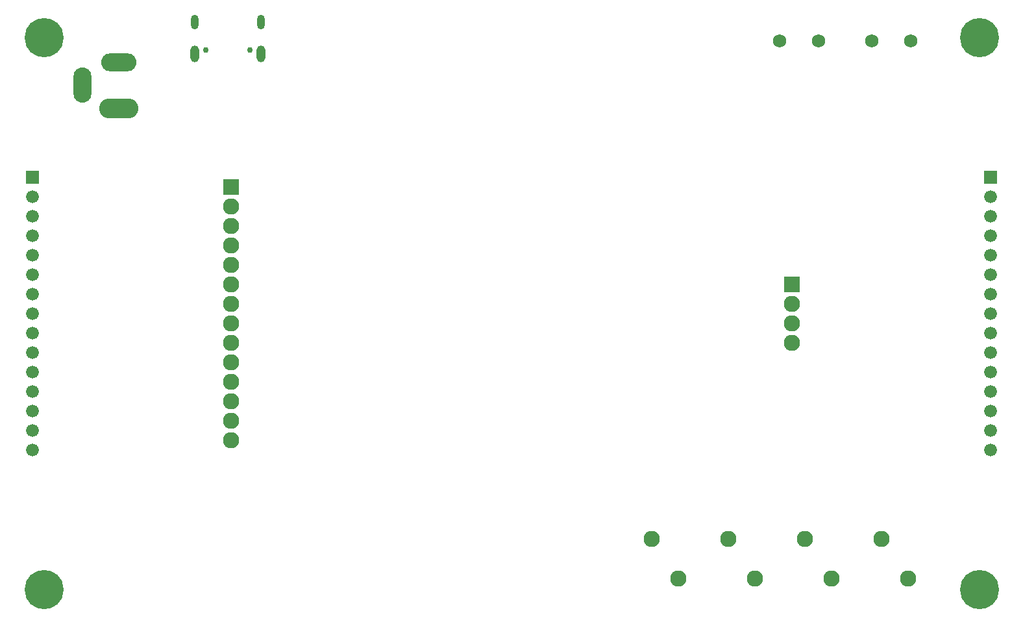
<source format=gbs>
G04*
G04 #@! TF.GenerationSoftware,Altium Limited,Altium Designer,22.8.2 (66)*
G04*
G04 Layer_Color=16711935*
%FSAX25Y25*%
%MOIN*%
G70*
G04*
G04 #@! TF.SameCoordinates,CD0932C5-B174-4F7F-AF8C-C675B02BC22C*
G04*
G04*
G04 #@! TF.FilePolarity,Negative*
G04*
G01*
G75*
%ADD73R,0.08372X0.08372*%
%ADD74C,0.08372*%
%ADD75R,0.06601X0.06601*%
%ADD76C,0.06601*%
%ADD77O,0.04534X0.08668*%
%ADD78O,0.03943X0.07487*%
%ADD79C,0.02959*%
%ADD80O,0.20085X0.10243*%
%ADD81O,0.18117X0.09258*%
%ADD82O,0.09258X0.18117*%
%ADD83C,0.06896*%
%ADD84C,0.20085*%
D73*
X0785678Y0896988D02*
D03*
X0497568Y0946988D02*
D03*
D74*
X0785678Y0886988D02*
D03*
Y0876988D02*
D03*
Y0866988D02*
D03*
X0497568Y0816988D02*
D03*
Y0826988D02*
D03*
Y0836988D02*
D03*
Y0846988D02*
D03*
Y0856988D02*
D03*
Y0866988D02*
D03*
Y0876988D02*
D03*
Y0886988D02*
D03*
Y0896988D02*
D03*
Y0906988D02*
D03*
Y0916988D02*
D03*
Y0926988D02*
D03*
Y0936988D02*
D03*
X0831583Y0766240D02*
D03*
X0845363Y0745768D02*
D03*
X0792213Y0766240D02*
D03*
X0805993Y0745768D02*
D03*
X0752843Y0766240D02*
D03*
X0766623Y0745768D02*
D03*
X0713473Y0766240D02*
D03*
X0727253Y0745768D02*
D03*
D75*
X0395560Y0951988D02*
D03*
X0887686D02*
D03*
D76*
X0395560Y0941988D02*
D03*
Y0931988D02*
D03*
Y0921988D02*
D03*
Y0911988D02*
D03*
Y0901988D02*
D03*
Y0891988D02*
D03*
Y0881988D02*
D03*
Y0871988D02*
D03*
Y0861988D02*
D03*
Y0851988D02*
D03*
Y0841988D02*
D03*
Y0831988D02*
D03*
Y0821988D02*
D03*
Y0811988D02*
D03*
X0887686Y0941988D02*
D03*
Y0931988D02*
D03*
Y0921988D02*
D03*
Y0911988D02*
D03*
Y0901988D02*
D03*
Y0891988D02*
D03*
Y0881988D02*
D03*
Y0871988D02*
D03*
Y0861988D02*
D03*
Y0851988D02*
D03*
Y0841988D02*
D03*
Y0831988D02*
D03*
Y0821988D02*
D03*
Y0811988D02*
D03*
D77*
X0512961Y1015138D02*
D03*
X0478945D02*
D03*
D78*
X0512961Y1031594D02*
D03*
X0478945D02*
D03*
D79*
X0484575Y1017106D02*
D03*
X0507331D02*
D03*
D80*
X0439851Y0987303D02*
D03*
D81*
Y1010925D02*
D03*
D82*
X0421347Y0999114D02*
D03*
D83*
X0779171Y1021887D02*
D03*
X0799171D02*
D03*
X0826415D02*
D03*
X0846415D02*
D03*
D84*
X0881780Y1023720D02*
D03*
X0401465D02*
D03*
Y0740256D02*
D03*
X0881780D02*
D03*
M02*

</source>
